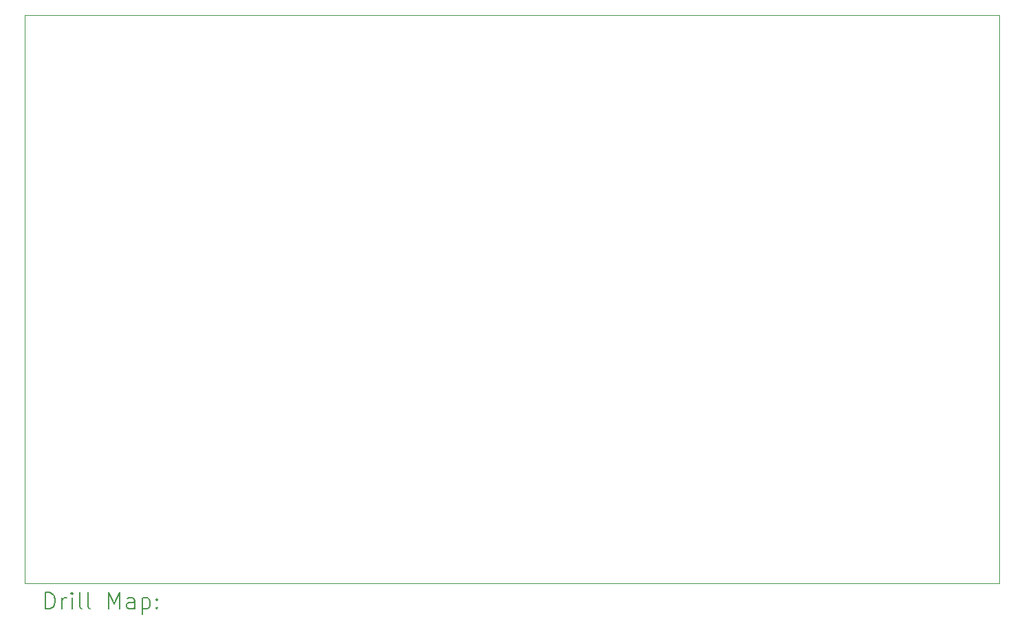
<source format=gbr>
%TF.GenerationSoftware,KiCad,Pcbnew,8.0.4*%
%TF.CreationDate,2024-09-13T19:47:27+02:00*%
%TF.ProjectId,smurf-box,736d7572-662d-4626-9f78-2e6b69636164,rev?*%
%TF.SameCoordinates,Original*%
%TF.FileFunction,Drillmap*%
%TF.FilePolarity,Positive*%
%FSLAX45Y45*%
G04 Gerber Fmt 4.5, Leading zero omitted, Abs format (unit mm)*
G04 Created by KiCad (PCBNEW 8.0.4) date 2024-09-13 19:47:27*
%MOMM*%
%LPD*%
G01*
G04 APERTURE LIST*
%ADD10C,0.050000*%
%ADD11C,0.200000*%
G04 APERTURE END LIST*
D10*
X4350000Y-6800000D02*
X16350000Y-6800000D01*
X16350000Y-13800000D01*
X4350000Y-13800000D01*
X4350000Y-6800000D01*
D11*
X4608277Y-14113984D02*
X4608277Y-13913984D01*
X4608277Y-13913984D02*
X4655896Y-13913984D01*
X4655896Y-13913984D02*
X4684467Y-13923508D01*
X4684467Y-13923508D02*
X4703515Y-13942555D01*
X4703515Y-13942555D02*
X4713039Y-13961603D01*
X4713039Y-13961603D02*
X4722563Y-13999698D01*
X4722563Y-13999698D02*
X4722563Y-14028269D01*
X4722563Y-14028269D02*
X4713039Y-14066365D01*
X4713039Y-14066365D02*
X4703515Y-14085412D01*
X4703515Y-14085412D02*
X4684467Y-14104460D01*
X4684467Y-14104460D02*
X4655896Y-14113984D01*
X4655896Y-14113984D02*
X4608277Y-14113984D01*
X4808277Y-14113984D02*
X4808277Y-13980650D01*
X4808277Y-14018746D02*
X4817801Y-13999698D01*
X4817801Y-13999698D02*
X4827324Y-13990174D01*
X4827324Y-13990174D02*
X4846372Y-13980650D01*
X4846372Y-13980650D02*
X4865420Y-13980650D01*
X4932086Y-14113984D02*
X4932086Y-13980650D01*
X4932086Y-13913984D02*
X4922563Y-13923508D01*
X4922563Y-13923508D02*
X4932086Y-13933031D01*
X4932086Y-13933031D02*
X4941610Y-13923508D01*
X4941610Y-13923508D02*
X4932086Y-13913984D01*
X4932086Y-13913984D02*
X4932086Y-13933031D01*
X5055896Y-14113984D02*
X5036848Y-14104460D01*
X5036848Y-14104460D02*
X5027324Y-14085412D01*
X5027324Y-14085412D02*
X5027324Y-13913984D01*
X5160658Y-14113984D02*
X5141610Y-14104460D01*
X5141610Y-14104460D02*
X5132086Y-14085412D01*
X5132086Y-14085412D02*
X5132086Y-13913984D01*
X5389229Y-14113984D02*
X5389229Y-13913984D01*
X5389229Y-13913984D02*
X5455896Y-14056841D01*
X5455896Y-14056841D02*
X5522563Y-13913984D01*
X5522563Y-13913984D02*
X5522563Y-14113984D01*
X5703515Y-14113984D02*
X5703515Y-14009222D01*
X5703515Y-14009222D02*
X5693991Y-13990174D01*
X5693991Y-13990174D02*
X5674943Y-13980650D01*
X5674943Y-13980650D02*
X5636848Y-13980650D01*
X5636848Y-13980650D02*
X5617801Y-13990174D01*
X5703515Y-14104460D02*
X5684467Y-14113984D01*
X5684467Y-14113984D02*
X5636848Y-14113984D01*
X5636848Y-14113984D02*
X5617801Y-14104460D01*
X5617801Y-14104460D02*
X5608277Y-14085412D01*
X5608277Y-14085412D02*
X5608277Y-14066365D01*
X5608277Y-14066365D02*
X5617801Y-14047317D01*
X5617801Y-14047317D02*
X5636848Y-14037793D01*
X5636848Y-14037793D02*
X5684467Y-14037793D01*
X5684467Y-14037793D02*
X5703515Y-14028269D01*
X5798753Y-13980650D02*
X5798753Y-14180650D01*
X5798753Y-13990174D02*
X5817801Y-13980650D01*
X5817801Y-13980650D02*
X5855896Y-13980650D01*
X5855896Y-13980650D02*
X5874943Y-13990174D01*
X5874943Y-13990174D02*
X5884467Y-13999698D01*
X5884467Y-13999698D02*
X5893991Y-14018746D01*
X5893991Y-14018746D02*
X5893991Y-14075888D01*
X5893991Y-14075888D02*
X5884467Y-14094936D01*
X5884467Y-14094936D02*
X5874943Y-14104460D01*
X5874943Y-14104460D02*
X5855896Y-14113984D01*
X5855896Y-14113984D02*
X5817801Y-14113984D01*
X5817801Y-14113984D02*
X5798753Y-14104460D01*
X5979705Y-14094936D02*
X5989229Y-14104460D01*
X5989229Y-14104460D02*
X5979705Y-14113984D01*
X5979705Y-14113984D02*
X5970182Y-14104460D01*
X5970182Y-14104460D02*
X5979705Y-14094936D01*
X5979705Y-14094936D02*
X5979705Y-14113984D01*
X5979705Y-13990174D02*
X5989229Y-13999698D01*
X5989229Y-13999698D02*
X5979705Y-14009222D01*
X5979705Y-14009222D02*
X5970182Y-13999698D01*
X5970182Y-13999698D02*
X5979705Y-13990174D01*
X5979705Y-13990174D02*
X5979705Y-14009222D01*
M02*

</source>
